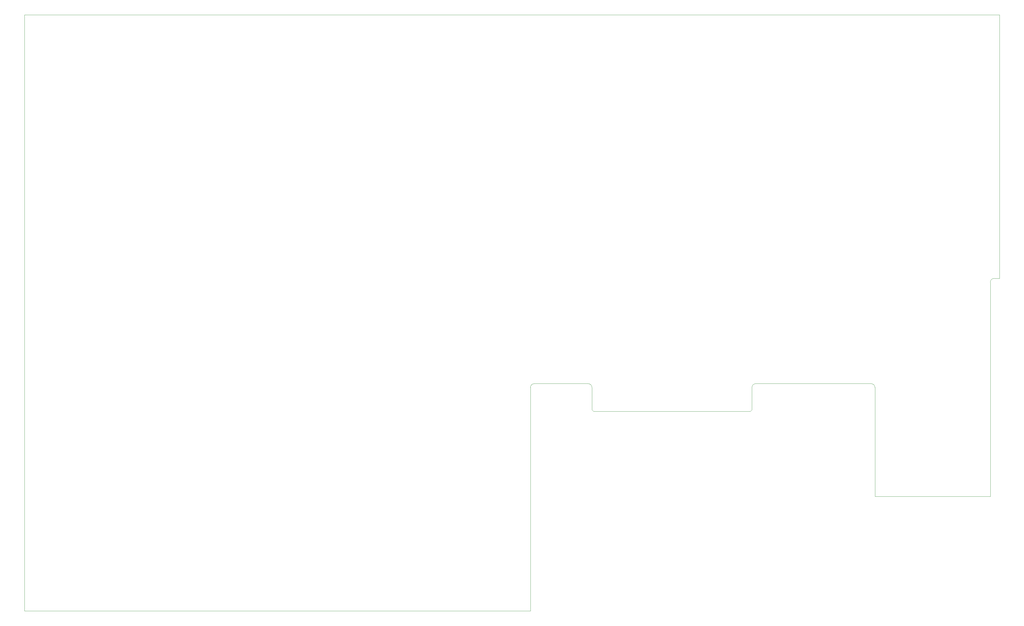
<source format=gm1>
G04 #@! TF.GenerationSoftware,KiCad,Pcbnew,(5.1.0)-1*
G04 #@! TF.CreationDate,2020-01-29T23:37:05+00:00*
G04 #@! TF.ProjectId,Amiga600,416d6967-6136-4303-902e-6b696361645f,rev?*
G04 #@! TF.SameCoordinates,Original*
G04 #@! TF.FileFunction,Profile,NP*
%FSLAX46Y46*%
G04 Gerber Fmt 4.6, Leading zero omitted, Abs format (unit mm)*
G04 Created by KiCad (PCBNEW (5.1.0)-1) date 2020-01-29 23:37:05*
%MOMM*%
%LPD*%
G04 APERTURE LIST*
%ADD10C,0.050000*%
G04 APERTURE END LIST*
D10*
X236000000Y-129000000D02*
X236500000Y-128500000D01*
X184500000Y-128500000D02*
X185000000Y-129000000D01*
X314000000Y-87020000D02*
G75*
G02X315270000Y-85750000I1270000J0D01*
G01*
X275230000Y-120000000D02*
G75*
G02X276500000Y-121270000I0J-1270000D01*
G01*
X236500000Y-121270000D02*
G75*
G02X237770000Y-120000000I1270000J0D01*
G01*
X183230000Y-120000000D02*
G75*
G02X184500000Y-121270000I0J-1270000D01*
G01*
X164500000Y-121270000D02*
G75*
G02X165770000Y-120000000I1270000J0D01*
G01*
X276500000Y-156750000D02*
X314000000Y-156750000D01*
X314000000Y-87020000D02*
X314000000Y-156750000D01*
X317000000Y-85750000D02*
X315270000Y-85750000D01*
X317000000Y0D02*
X317000000Y-85750000D01*
X276500000Y-121270000D02*
X276500000Y-156750000D01*
X237770000Y-120000000D02*
X275230000Y-120000000D01*
X236500000Y-128500000D02*
X236500000Y-121270000D01*
X185000000Y-129000000D02*
X236000000Y-129000000D01*
X184500000Y-121270000D02*
X184500000Y-128500000D01*
X165770000Y-120000000D02*
X183230000Y-120000000D01*
X164500000Y-194000000D02*
X164500000Y-121270000D01*
X0Y-194000000D02*
X164500000Y-194000000D01*
X0Y0D02*
X317000000Y0D01*
X0Y0D02*
X0Y-194000000D01*
M02*

</source>
